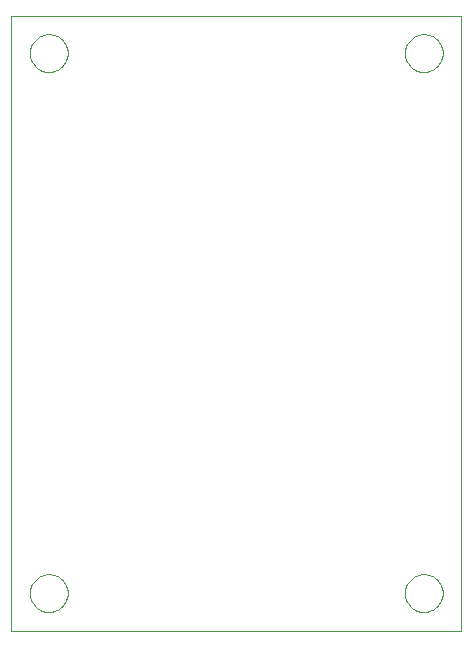
<source format=gm1>
G75*
G70*
%OFA0B0*%
%FSLAX24Y24*%
%IPPOS*%
%LPD*%
%AMOC8*
5,1,8,0,0,1.08239X$1,22.5*
%
%ADD10C,0.0000*%
D10*
X000100Y000100D02*
X000100Y020600D01*
X015092Y020600D01*
X015092Y000100D01*
X000100Y000100D01*
X000720Y001350D02*
X000722Y001400D01*
X000728Y001450D01*
X000738Y001499D01*
X000752Y001547D01*
X000769Y001594D01*
X000790Y001639D01*
X000815Y001683D01*
X000843Y001724D01*
X000875Y001763D01*
X000909Y001800D01*
X000946Y001834D01*
X000986Y001864D01*
X001028Y001891D01*
X001072Y001915D01*
X001118Y001936D01*
X001165Y001952D01*
X001213Y001965D01*
X001263Y001974D01*
X001312Y001979D01*
X001363Y001980D01*
X001413Y001977D01*
X001462Y001970D01*
X001511Y001959D01*
X001559Y001944D01*
X001605Y001926D01*
X001650Y001904D01*
X001693Y001878D01*
X001734Y001849D01*
X001773Y001817D01*
X001809Y001782D01*
X001841Y001744D01*
X001871Y001704D01*
X001898Y001661D01*
X001921Y001617D01*
X001940Y001571D01*
X001956Y001523D01*
X001968Y001474D01*
X001976Y001425D01*
X001980Y001375D01*
X001980Y001325D01*
X001976Y001275D01*
X001968Y001226D01*
X001956Y001177D01*
X001940Y001129D01*
X001921Y001083D01*
X001898Y001039D01*
X001871Y000996D01*
X001841Y000956D01*
X001809Y000918D01*
X001773Y000883D01*
X001734Y000851D01*
X001693Y000822D01*
X001650Y000796D01*
X001605Y000774D01*
X001559Y000756D01*
X001511Y000741D01*
X001462Y000730D01*
X001413Y000723D01*
X001363Y000720D01*
X001312Y000721D01*
X001263Y000726D01*
X001213Y000735D01*
X001165Y000748D01*
X001118Y000764D01*
X001072Y000785D01*
X001028Y000809D01*
X000986Y000836D01*
X000946Y000866D01*
X000909Y000900D01*
X000875Y000937D01*
X000843Y000976D01*
X000815Y001017D01*
X000790Y001061D01*
X000769Y001106D01*
X000752Y001153D01*
X000738Y001201D01*
X000728Y001250D01*
X000722Y001300D01*
X000720Y001350D01*
X013220Y001350D02*
X013222Y001400D01*
X013228Y001450D01*
X013238Y001499D01*
X013252Y001547D01*
X013269Y001594D01*
X013290Y001639D01*
X013315Y001683D01*
X013343Y001724D01*
X013375Y001763D01*
X013409Y001800D01*
X013446Y001834D01*
X013486Y001864D01*
X013528Y001891D01*
X013572Y001915D01*
X013618Y001936D01*
X013665Y001952D01*
X013713Y001965D01*
X013763Y001974D01*
X013812Y001979D01*
X013863Y001980D01*
X013913Y001977D01*
X013962Y001970D01*
X014011Y001959D01*
X014059Y001944D01*
X014105Y001926D01*
X014150Y001904D01*
X014193Y001878D01*
X014234Y001849D01*
X014273Y001817D01*
X014309Y001782D01*
X014341Y001744D01*
X014371Y001704D01*
X014398Y001661D01*
X014421Y001617D01*
X014440Y001571D01*
X014456Y001523D01*
X014468Y001474D01*
X014476Y001425D01*
X014480Y001375D01*
X014480Y001325D01*
X014476Y001275D01*
X014468Y001226D01*
X014456Y001177D01*
X014440Y001129D01*
X014421Y001083D01*
X014398Y001039D01*
X014371Y000996D01*
X014341Y000956D01*
X014309Y000918D01*
X014273Y000883D01*
X014234Y000851D01*
X014193Y000822D01*
X014150Y000796D01*
X014105Y000774D01*
X014059Y000756D01*
X014011Y000741D01*
X013962Y000730D01*
X013913Y000723D01*
X013863Y000720D01*
X013812Y000721D01*
X013763Y000726D01*
X013713Y000735D01*
X013665Y000748D01*
X013618Y000764D01*
X013572Y000785D01*
X013528Y000809D01*
X013486Y000836D01*
X013446Y000866D01*
X013409Y000900D01*
X013375Y000937D01*
X013343Y000976D01*
X013315Y001017D01*
X013290Y001061D01*
X013269Y001106D01*
X013252Y001153D01*
X013238Y001201D01*
X013228Y001250D01*
X013222Y001300D01*
X013220Y001350D01*
X013220Y019350D02*
X013222Y019400D01*
X013228Y019450D01*
X013238Y019499D01*
X013252Y019547D01*
X013269Y019594D01*
X013290Y019639D01*
X013315Y019683D01*
X013343Y019724D01*
X013375Y019763D01*
X013409Y019800D01*
X013446Y019834D01*
X013486Y019864D01*
X013528Y019891D01*
X013572Y019915D01*
X013618Y019936D01*
X013665Y019952D01*
X013713Y019965D01*
X013763Y019974D01*
X013812Y019979D01*
X013863Y019980D01*
X013913Y019977D01*
X013962Y019970D01*
X014011Y019959D01*
X014059Y019944D01*
X014105Y019926D01*
X014150Y019904D01*
X014193Y019878D01*
X014234Y019849D01*
X014273Y019817D01*
X014309Y019782D01*
X014341Y019744D01*
X014371Y019704D01*
X014398Y019661D01*
X014421Y019617D01*
X014440Y019571D01*
X014456Y019523D01*
X014468Y019474D01*
X014476Y019425D01*
X014480Y019375D01*
X014480Y019325D01*
X014476Y019275D01*
X014468Y019226D01*
X014456Y019177D01*
X014440Y019129D01*
X014421Y019083D01*
X014398Y019039D01*
X014371Y018996D01*
X014341Y018956D01*
X014309Y018918D01*
X014273Y018883D01*
X014234Y018851D01*
X014193Y018822D01*
X014150Y018796D01*
X014105Y018774D01*
X014059Y018756D01*
X014011Y018741D01*
X013962Y018730D01*
X013913Y018723D01*
X013863Y018720D01*
X013812Y018721D01*
X013763Y018726D01*
X013713Y018735D01*
X013665Y018748D01*
X013618Y018764D01*
X013572Y018785D01*
X013528Y018809D01*
X013486Y018836D01*
X013446Y018866D01*
X013409Y018900D01*
X013375Y018937D01*
X013343Y018976D01*
X013315Y019017D01*
X013290Y019061D01*
X013269Y019106D01*
X013252Y019153D01*
X013238Y019201D01*
X013228Y019250D01*
X013222Y019300D01*
X013220Y019350D01*
X000720Y019350D02*
X000722Y019400D01*
X000728Y019450D01*
X000738Y019499D01*
X000752Y019547D01*
X000769Y019594D01*
X000790Y019639D01*
X000815Y019683D01*
X000843Y019724D01*
X000875Y019763D01*
X000909Y019800D01*
X000946Y019834D01*
X000986Y019864D01*
X001028Y019891D01*
X001072Y019915D01*
X001118Y019936D01*
X001165Y019952D01*
X001213Y019965D01*
X001263Y019974D01*
X001312Y019979D01*
X001363Y019980D01*
X001413Y019977D01*
X001462Y019970D01*
X001511Y019959D01*
X001559Y019944D01*
X001605Y019926D01*
X001650Y019904D01*
X001693Y019878D01*
X001734Y019849D01*
X001773Y019817D01*
X001809Y019782D01*
X001841Y019744D01*
X001871Y019704D01*
X001898Y019661D01*
X001921Y019617D01*
X001940Y019571D01*
X001956Y019523D01*
X001968Y019474D01*
X001976Y019425D01*
X001980Y019375D01*
X001980Y019325D01*
X001976Y019275D01*
X001968Y019226D01*
X001956Y019177D01*
X001940Y019129D01*
X001921Y019083D01*
X001898Y019039D01*
X001871Y018996D01*
X001841Y018956D01*
X001809Y018918D01*
X001773Y018883D01*
X001734Y018851D01*
X001693Y018822D01*
X001650Y018796D01*
X001605Y018774D01*
X001559Y018756D01*
X001511Y018741D01*
X001462Y018730D01*
X001413Y018723D01*
X001363Y018720D01*
X001312Y018721D01*
X001263Y018726D01*
X001213Y018735D01*
X001165Y018748D01*
X001118Y018764D01*
X001072Y018785D01*
X001028Y018809D01*
X000986Y018836D01*
X000946Y018866D01*
X000909Y018900D01*
X000875Y018937D01*
X000843Y018976D01*
X000815Y019017D01*
X000790Y019061D01*
X000769Y019106D01*
X000752Y019153D01*
X000738Y019201D01*
X000728Y019250D01*
X000722Y019300D01*
X000720Y019350D01*
M02*

</source>
